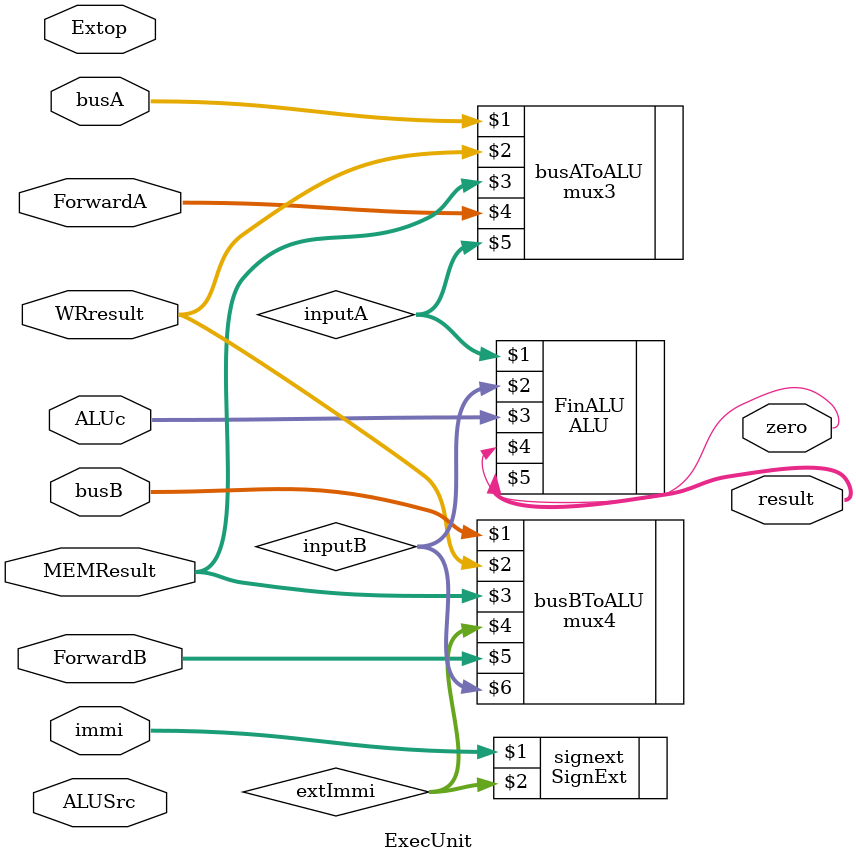
<source format=v>
module EX(clk,rst,
			busA,busB,opcode,func,immi,rs,rt,rd,ALUc,RegDst,Extop,ALUSrc,MemWr,MemtoReg,MEMResult,WRresult,ForwardA,ForwardB,
			zero,result,rw);

input clk,rst;
input [31:0] busA,busB,MEMResult,WRresult;
input [5:0] opcode,func;
input [15:0] immi;
input [4:0] rs,rt,rd;
input [2:0] ALUc;
input [1:0] ForwardA,ForwardB;
input RegDst,Extop,ALUSrc,MemWr,MemtoReg;
output zero;
output [31:0] result;
output [4:0] rw;
ExecUnit exec(busA,busB,immi,Extop,ALUSrc,ALUc,zero,result,MEMResult,WRresult,ForwardA,ForwardB);
assign rw = RegDst ? rt : rd ;
endmodule

module ExecUnit(busA,busB,immi,Extop,ALUSrc,ALUc,zero,result,MEMResult,WRresult,ForwardA,ForwardB);

input[31:0] busA,busB,MEMResult,WRresult;
input[15:0] immi;
input Extop,ALUSrc;
input[2:0] ALUc;
input [1:0] ForwardA,ForwardB;
output zero;
output[31:0] result;
wire[31:0] extImmi,inputA,inputB;
SignExt signext(immi,extImmi);
mux3 busAToALU(busA,WRresult,MEMResult,ForwardA,inputA);
mux4 busBToALU(busB,WRresult,MEMResult,extImmi,ForwardB,inputB);
ALU FinALU(inputA,inputB,ALUc,zero,result);

endmodule


</source>
